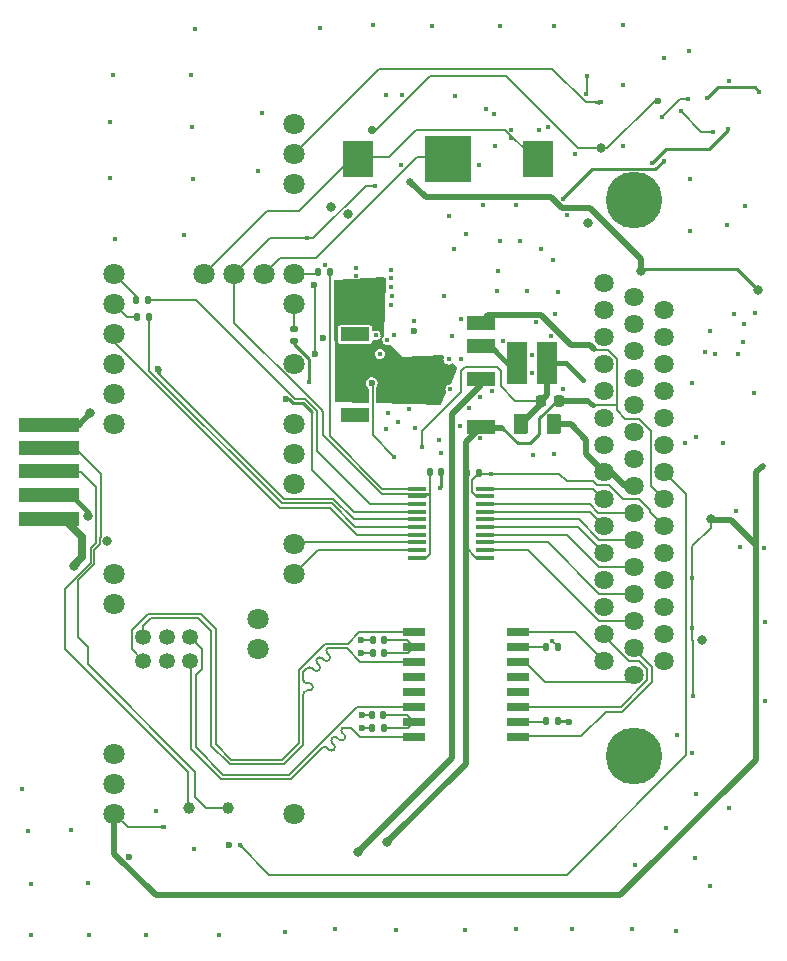
<source format=gtl>
G04 #@! TF.GenerationSoftware,KiCad,Pcbnew,8.0.4*
G04 #@! TF.CreationDate,2025-02-07T03:45:59-05:00*
G04 #@! TF.ProjectId,accessory_v3,61636365-7373-46f7-9279-5f76332e6b69,rev?*
G04 #@! TF.SameCoordinates,Original*
G04 #@! TF.FileFunction,Copper,L1,Top*
G04 #@! TF.FilePolarity,Positive*
%FSLAX46Y46*%
G04 Gerber Fmt 4.6, Leading zero omitted, Abs format (unit mm)*
G04 Created by KiCad (PCBNEW 8.0.4) date 2025-02-07 03:45:59*
%MOMM*%
%LPD*%
G01*
G04 APERTURE LIST*
G04 Aperture macros list*
%AMRoundRect*
0 Rectangle with rounded corners*
0 $1 Rounding radius*
0 $2 $3 $4 $5 $6 $7 $8 $9 X,Y pos of 4 corners*
0 Add a 4 corners polygon primitive as box body*
4,1,4,$2,$3,$4,$5,$6,$7,$8,$9,$2,$3,0*
0 Add four circle primitives for the rounded corners*
1,1,$1+$1,$2,$3*
1,1,$1+$1,$4,$5*
1,1,$1+$1,$6,$7*
1,1,$1+$1,$8,$9*
0 Add four rect primitives between the rounded corners*
20,1,$1+$1,$2,$3,$4,$5,0*
20,1,$1+$1,$4,$5,$6,$7,0*
20,1,$1+$1,$6,$7,$8,$9,0*
20,1,$1+$1,$8,$9,$2,$3,0*%
G04 Aperture macros list end*
G04 #@! TA.AperFunction,EtchedComponent*
%ADD10C,0.000000*%
G04 #@! TD*
G04 #@! TA.AperFunction,SMDPad,CuDef*
%ADD11R,5.200000X1.250000*%
G04 #@! TD*
G04 #@! TA.AperFunction,SMDPad,CuDef*
%ADD12RoundRect,0.140000X0.140000X0.170000X-0.140000X0.170000X-0.140000X-0.170000X0.140000X-0.170000X0*%
G04 #@! TD*
G04 #@! TA.AperFunction,ComponentPad*
%ADD13C,1.638000*%
G04 #@! TD*
G04 #@! TA.AperFunction,ComponentPad*
%ADD14C,4.801000*%
G04 #@! TD*
G04 #@! TA.AperFunction,SMDPad,CuDef*
%ADD15RoundRect,0.051250X-0.733750X-0.153750X0.733750X-0.153750X0.733750X0.153750X-0.733750X0.153750X0*%
G04 #@! TD*
G04 #@! TA.AperFunction,SMDPad,CuDef*
%ADD16RoundRect,0.135000X-0.135000X-0.185000X0.135000X-0.185000X0.135000X0.185000X-0.135000X0.185000X0*%
G04 #@! TD*
G04 #@! TA.AperFunction,SMDPad,CuDef*
%ADD17R,2.440000X1.200000*%
G04 #@! TD*
G04 #@! TA.AperFunction,SMDPad,CuDef*
%ADD18RoundRect,0.225000X-0.225000X-0.250000X0.225000X-0.250000X0.225000X0.250000X-0.225000X0.250000X0*%
G04 #@! TD*
G04 #@! TA.AperFunction,SMDPad,CuDef*
%ADD19C,0.500000*%
G04 #@! TD*
G04 #@! TA.AperFunction,SMDPad,CuDef*
%ADD20R,3.960000X3.960000*%
G04 #@! TD*
G04 #@! TA.AperFunction,SMDPad,CuDef*
%ADD21R,2.540000X3.170000*%
G04 #@! TD*
G04 #@! TA.AperFunction,SMDPad,CuDef*
%ADD22RoundRect,0.140000X-0.140000X-0.170000X0.140000X-0.170000X0.140000X0.170000X-0.140000X0.170000X0*%
G04 #@! TD*
G04 #@! TA.AperFunction,SMDPad,CuDef*
%ADD23R,1.910000X0.640000*%
G04 #@! TD*
G04 #@! TA.AperFunction,ComponentPad*
%ADD24C,1.800000*%
G04 #@! TD*
G04 #@! TA.AperFunction,ComponentPad*
%ADD25C,1.000000*%
G04 #@! TD*
G04 #@! TA.AperFunction,ComponentPad*
%ADD26C,1.350000*%
G04 #@! TD*
G04 #@! TA.AperFunction,SMDPad,CuDef*
%ADD27RoundRect,0.250000X-0.375000X-0.625000X0.375000X-0.625000X0.375000X0.625000X-0.375000X0.625000X0*%
G04 #@! TD*
G04 #@! TA.AperFunction,SMDPad,CuDef*
%ADD28R,1.701800X3.606800*%
G04 #@! TD*
G04 #@! TA.AperFunction,SMDPad,CuDef*
%ADD29RoundRect,0.135000X-0.185000X0.135000X-0.185000X-0.135000X0.185000X-0.135000X0.185000X0.135000X0*%
G04 #@! TD*
G04 #@! TA.AperFunction,ViaPad*
%ADD30C,0.450000*%
G04 #@! TD*
G04 #@! TA.AperFunction,ViaPad*
%ADD31C,0.800000*%
G04 #@! TD*
G04 #@! TA.AperFunction,ViaPad*
%ADD32C,0.700000*%
G04 #@! TD*
G04 #@! TA.AperFunction,ViaPad*
%ADD33C,0.600000*%
G04 #@! TD*
G04 #@! TA.AperFunction,ViaPad*
%ADD34C,0.650000*%
G04 #@! TD*
G04 #@! TA.AperFunction,Conductor*
%ADD35C,0.200000*%
G04 #@! TD*
G04 #@! TA.AperFunction,Conductor*
%ADD36C,0.500000*%
G04 #@! TD*
G04 #@! TA.AperFunction,Conductor*
%ADD37C,0.250000*%
G04 #@! TD*
G04 #@! TA.AperFunction,Conductor*
%ADD38C,0.400000*%
G04 #@! TD*
G04 #@! TA.AperFunction,Conductor*
%ADD39C,0.150000*%
G04 #@! TD*
G04 #@! TA.AperFunction,Conductor*
%ADD40C,0.700000*%
G04 #@! TD*
G04 APERTURE END LIST*
D10*
G04 #@! TA.AperFunction,EtchedComponent*
G36*
X41840000Y-36360000D02*
G01*
X40840000Y-36360000D01*
X40840000Y-35860000D01*
X41840000Y-35860000D01*
X41840000Y-36360000D01*
G37*
G04 #@! TD.AperFunction*
D11*
X3500000Y-35900000D03*
X3500000Y-37800000D03*
X3500000Y-39800000D03*
X3500000Y-41800000D03*
X3500000Y-43800000D03*
D12*
X31780000Y-60410000D03*
X30820000Y-60410000D03*
D13*
X50460000Y-55869000D03*
X50460000Y-53583000D03*
X50460000Y-51297000D03*
X50460000Y-49011000D03*
X50460000Y-46725000D03*
X50460000Y-44439000D03*
X50460000Y-42153000D03*
X50460000Y-39867000D03*
X50460000Y-37581000D03*
X50460000Y-35295000D03*
X50460000Y-33009000D03*
X50460000Y-30723000D03*
X50460000Y-28437000D03*
X50460000Y-26151000D03*
X50460000Y-23865000D03*
X53000000Y-57012000D03*
X53000000Y-54726000D03*
X53000000Y-52440000D03*
X53000000Y-50154000D03*
X53000000Y-47868000D03*
X53000000Y-45582000D03*
X53000000Y-43296000D03*
X53000000Y-41010000D03*
X53000000Y-38724000D03*
X53000000Y-36438000D03*
X53000000Y-34152000D03*
X53000000Y-31866000D03*
X53000000Y-29580000D03*
X53000000Y-27294000D03*
X53000000Y-25008000D03*
X55540000Y-55869000D03*
X55540000Y-53583000D03*
X55540000Y-51297000D03*
X55540000Y-49011000D03*
X55540000Y-46725000D03*
X55540000Y-44439000D03*
X55540000Y-42153000D03*
X55540000Y-39867000D03*
X55540000Y-37581000D03*
X55540000Y-35295000D03*
X55540000Y-33009000D03*
X55540000Y-30723000D03*
X55540000Y-28437000D03*
X55540000Y-26151000D03*
D14*
X53000000Y-63895000D03*
X53000000Y-16855000D03*
D15*
X34625000Y-41255000D03*
X34625000Y-41905000D03*
X34625000Y-42555000D03*
X34625000Y-43205000D03*
X34625000Y-43855000D03*
X34625000Y-44505000D03*
X34625000Y-45155000D03*
X34625000Y-45805000D03*
X34625000Y-46455000D03*
X34625000Y-47105000D03*
X40365000Y-47105000D03*
X40365000Y-46455000D03*
X40365000Y-45805000D03*
X40365000Y-45155000D03*
X40365000Y-44505000D03*
X40365000Y-43855000D03*
X40365000Y-43205000D03*
X40365000Y-42555000D03*
X40365000Y-41905000D03*
X40365000Y-41255000D03*
D12*
X31830000Y-55170000D03*
X30870000Y-55170000D03*
D16*
X10890000Y-26720000D03*
X11910000Y-26720000D03*
D17*
X40010000Y-27210000D03*
X40010000Y-29210000D03*
X40010000Y-32010000D03*
X40010000Y-36010000D03*
X29370000Y-28210000D03*
X29370000Y-35010000D03*
D18*
X45085000Y-33810000D03*
X46635000Y-33810000D03*
D16*
X45520000Y-54660000D03*
X46540000Y-54660000D03*
D19*
X40840000Y-36110000D03*
X41840000Y-36110000D03*
D20*
X37211000Y-13385800D03*
D21*
X44831000Y-13385800D03*
X29591000Y-13385800D03*
D12*
X39830000Y-39980000D03*
X38870000Y-39980000D03*
D22*
X35710000Y-39890000D03*
X36670000Y-39890000D03*
D16*
X26270000Y-22960000D03*
X27290000Y-22960000D03*
X45520000Y-60960000D03*
X46540000Y-60960000D03*
D23*
X34385000Y-53395000D03*
X34385000Y-54665000D03*
X34385000Y-55935000D03*
X34385000Y-57205000D03*
X34385000Y-58475000D03*
X34385000Y-59745000D03*
X34385000Y-61015000D03*
X34385000Y-62285000D03*
X43155000Y-62285000D03*
X43155000Y-61015000D03*
X43155000Y-59745000D03*
X43155000Y-58475000D03*
X43155000Y-57205000D03*
X43155000Y-55935000D03*
X43155000Y-54665000D03*
X43155000Y-53395000D03*
D16*
X10850000Y-25270000D03*
X11870000Y-25270000D03*
D12*
X31790000Y-61540000D03*
X30830000Y-61540000D03*
X31840000Y-54090000D03*
X30880000Y-54090000D03*
D24*
X8980000Y-63720000D03*
X19140000Y-23080000D03*
X24220000Y-48480000D03*
X24220000Y-45936000D03*
X24220000Y-40860000D03*
X24220000Y-38320000D03*
X24220000Y-35780000D03*
X8980000Y-35780000D03*
X8980000Y-48480000D03*
X8980000Y-51020000D03*
X24220000Y-30696000D03*
X24220000Y-25620000D03*
X24220000Y-23080000D03*
X24220000Y-15460000D03*
X24220000Y-12920000D03*
X24220000Y-10380000D03*
X8980000Y-23080000D03*
X8980000Y-25620000D03*
X8980000Y-28160000D03*
X8980000Y-30700000D03*
D25*
X18632000Y-68288000D03*
X15330000Y-68288000D03*
D24*
X24220000Y-68800000D03*
X8980000Y-33240000D03*
X8980000Y-66260000D03*
X16600000Y-23080000D03*
D26*
X13430000Y-53830000D03*
X13430000Y-55830000D03*
X11430000Y-55830000D03*
X11430000Y-53830000D03*
X15430000Y-53830000D03*
X15430000Y-55830000D03*
D24*
X21170000Y-54830000D03*
X21170000Y-52290000D03*
X21680000Y-23080000D03*
X8980000Y-68800000D03*
D27*
X43405600Y-35814000D03*
X46205600Y-35814000D03*
D28*
X43098400Y-30632400D03*
X45598400Y-30632400D03*
D29*
X24240000Y-27740000D03*
X24240000Y-28760000D03*
D30*
X57950000Y-58810000D03*
X31090000Y-15610000D03*
X25270000Y-20070000D03*
X56600000Y-62090000D03*
X57930000Y-63660000D03*
X57760000Y-15070000D03*
X57920000Y-32310000D03*
X26870000Y-22300000D03*
X58240000Y-36880000D03*
X31470000Y-29840000D03*
X57895000Y-48844200D03*
X29440000Y-22620000D03*
X29430000Y-23250000D03*
X29380000Y-24220000D03*
X29340000Y-25050000D03*
X29440000Y-25930000D03*
X32440000Y-25760000D03*
X32490000Y-24990000D03*
X32440000Y-24220000D03*
X32430000Y-23440000D03*
X32380000Y-22720000D03*
X32650000Y-28240000D03*
X34350000Y-27080000D03*
X35020000Y-37720000D03*
X34470000Y-36130000D03*
X32970000Y-35640000D03*
X32010000Y-36230000D03*
X32180000Y-34890000D03*
X28330000Y-33510000D03*
X31110000Y-28290500D03*
X32110000Y-28702000D03*
X57700000Y-19450000D03*
X62370000Y-17360000D03*
D31*
X29630000Y-71990000D03*
D30*
X13190000Y-69910000D03*
D32*
X30840000Y-10940000D03*
D30*
X56940000Y-9290000D03*
X40868600Y-40020000D03*
D33*
X30784800Y-32334200D03*
D31*
X50215800Y-12446000D03*
D30*
X59697600Y-11051752D03*
D31*
X59480000Y-43860000D03*
D30*
X32683600Y-38576400D03*
X57880548Y-53077900D03*
D33*
X55050000Y-8405000D03*
D30*
X63920000Y-39320000D03*
X57302400Y-37363400D03*
X48691800Y-32105600D03*
X55570000Y-4800000D03*
X48958768Y-7841232D03*
X48006000Y-12954000D03*
D31*
X58790000Y-54050000D03*
D30*
X49022000Y-6350000D03*
X60985400Y-10855000D03*
X54508400Y-13679500D03*
X62320000Y-27320000D03*
X37719000Y-20980400D03*
X59131200Y-8229600D03*
X39979600Y-33502600D03*
X41656000Y-20294600D03*
X46970000Y-16705000D03*
X63601600Y-7670800D03*
X55493098Y-13487400D03*
X41859200Y-28752800D03*
X62220000Y-28860000D03*
X37617258Y-28321142D03*
X37443351Y-32859999D03*
X39979600Y-37007800D03*
X37287200Y-30327600D03*
X37292600Y-18209000D03*
X33943000Y-34493200D03*
X55397400Y-9804400D03*
X57577316Y-8314540D03*
D33*
X12700000Y-31115000D03*
X25960000Y-29843800D03*
X25940000Y-24000000D03*
D34*
X34040000Y-15310000D03*
D31*
X63520000Y-24410000D03*
X53620000Y-22830000D03*
D30*
X19610000Y-71420000D03*
D31*
X6781800Y-43611800D03*
D30*
X25476200Y-32258000D03*
D33*
X23537891Y-33637509D03*
D30*
X50175194Y-8551318D03*
X53111400Y-73101200D03*
X47777400Y-78511400D03*
D31*
X8409999Y-45700001D03*
D33*
X29890000Y-55170000D03*
D30*
X42590000Y-11620000D03*
X52019200Y-7061200D03*
X36652200Y-38277800D03*
D31*
X49098200Y-18770600D03*
D30*
X59400000Y-74950000D03*
X12550000Y-68520000D03*
X43357800Y-20320000D03*
X60880000Y-18910000D03*
X9070000Y-20170000D03*
X33300000Y-13840000D03*
X60500000Y-37430000D03*
X27711400Y-78562200D03*
X58150000Y-72520000D03*
X1651000Y-70231000D03*
X57637800Y-4200800D03*
X61070000Y-6760000D03*
X38658800Y-78613000D03*
X8610600Y-10261600D03*
X40980000Y-32985002D03*
X63220000Y-26416000D03*
X59860000Y-29850000D03*
X6756400Y-74650600D03*
X62001400Y-46202600D03*
X42550000Y-10870000D03*
X59030000Y-29670000D03*
X35365400Y-33020000D03*
X46150000Y-21940000D03*
X36931600Y-24942800D03*
X64109600Y-59283600D03*
X5359400Y-70129400D03*
X17856200Y-79095600D03*
X64033400Y-46278800D03*
D33*
X27890000Y-31640000D03*
D30*
X41605200Y-2108200D03*
X14859000Y-19761200D03*
X41158404Y-9533598D03*
X47330000Y-18130000D03*
X44324302Y-29946600D03*
X61630000Y-43140000D03*
X15671800Y-15011400D03*
D33*
X29890000Y-54090000D03*
D30*
X45923200Y-28321000D03*
D33*
X29950000Y-60410000D03*
D30*
X32816800Y-78638400D03*
X61835000Y-29840000D03*
X31970000Y-7930000D03*
X42976800Y-78587600D03*
X45160000Y-20980000D03*
X40202800Y-17241200D03*
X46177200Y-38303200D03*
D33*
X29930000Y-61560000D03*
D30*
X15519400Y-6273800D03*
X41480000Y-22840000D03*
X52070000Y-12293600D03*
X15710000Y-71807500D03*
D33*
X34360000Y-27930000D03*
D30*
X43916600Y-24511000D03*
X38330000Y-30319802D03*
D31*
X32090000Y-71200000D03*
D30*
X1193800Y-66675000D03*
X38765800Y-19682200D03*
X41220000Y-12230000D03*
X56515000Y-78689200D03*
X40470000Y-9085000D03*
X23418800Y-78841600D03*
X15544800Y-10617200D03*
X44404054Y-38388129D03*
D33*
X26670000Y-28510000D03*
D30*
X63150000Y-33200000D03*
X61480000Y-26500000D03*
X30911800Y-2032000D03*
X44348400Y-31445200D03*
X21513800Y-9474200D03*
D33*
X18740000Y-71480000D03*
D31*
X6959600Y-34899600D03*
D30*
X37800000Y-8035000D03*
D31*
X27370000Y-17420000D03*
D30*
X41427400Y-24511000D03*
X15824200Y-2336800D03*
D33*
X10200000Y-72430000D03*
D30*
X42976800Y-17272000D03*
X33390000Y-7940000D03*
X38981942Y-34409400D03*
X45720000Y-10668000D03*
X36474400Y-37109400D03*
X26416000Y-2260600D03*
X52044600Y-2006600D03*
X21158200Y-14351000D03*
X38252400Y-35991800D03*
X46228000Y-2108200D03*
X64109600Y-52578000D03*
X8915400Y-6273800D03*
X39900000Y-13870000D03*
D31*
X28810000Y-18020000D03*
D30*
X6858000Y-79019400D03*
X46278800Y-26466800D03*
X36525200Y-41198800D03*
X52806600Y-78536800D03*
X55702200Y-70002400D03*
X59390000Y-27940000D03*
X11709400Y-79019400D03*
X8610600Y-14986000D03*
D33*
X47480000Y-61000000D03*
D30*
X46050200Y-54127400D03*
X35890200Y-2057400D03*
X44729400Y-27196026D03*
X46532800Y-24587200D03*
X1955800Y-79095600D03*
X58267600Y-67106800D03*
D33*
X30378400Y-31130000D03*
D30*
X46960000Y-32800000D03*
X44958000Y-10922000D03*
X1930400Y-74777600D03*
X61036200Y-68275200D03*
X38303200Y-26873200D03*
D31*
X5562600Y-47777400D03*
D35*
X57950000Y-54129239D02*
X57950000Y-58810000D01*
X57880548Y-54059787D02*
X57950000Y-54129239D01*
X57880548Y-53077900D02*
X57880548Y-54059787D01*
X31090000Y-15610000D02*
X30300761Y-15610000D01*
X25840761Y-20070000D02*
X25270000Y-20070000D01*
X30300761Y-15610000D02*
X25840761Y-20070000D01*
X22150000Y-20070000D02*
X19140000Y-23080000D01*
X25270000Y-20070000D02*
X22150000Y-20070000D01*
X19140000Y-27242346D02*
X19140000Y-23080000D01*
X25186054Y-33288400D02*
X19140000Y-27242346D01*
X26480000Y-34540000D02*
X26480000Y-34524696D01*
X26480000Y-34524696D02*
X25243704Y-33288400D01*
X31655025Y-41710000D02*
X26700000Y-36754975D01*
X26700000Y-34760000D02*
X26480000Y-34540000D01*
X35604999Y-41710000D02*
X31655025Y-41710000D01*
X26700000Y-36754975D02*
X26700000Y-34760000D01*
X35409999Y-41905000D02*
X35604999Y-41710000D01*
X25243704Y-33288400D02*
X25186054Y-33288400D01*
X34625000Y-41905000D02*
X35409999Y-41905000D01*
X35710000Y-46804999D02*
X35710000Y-41604999D01*
X35409999Y-47105000D02*
X35710000Y-46804999D01*
X34625000Y-47105000D02*
X35409999Y-47105000D01*
X35710000Y-41604999D02*
X35710000Y-39890000D01*
X35409999Y-41905000D02*
X35710000Y-41604999D01*
X34625000Y-45805000D02*
X24351000Y-45805000D01*
X24351000Y-45805000D02*
X24220000Y-45936000D01*
D36*
X51840000Y-75710000D02*
X63350000Y-64200000D01*
X12490050Y-75710000D02*
X51840000Y-75710000D01*
X8980000Y-72199950D02*
X12490050Y-75710000D01*
X8980000Y-68800000D02*
X8980000Y-72199950D01*
X63350000Y-64200000D02*
X63350000Y-46020000D01*
D37*
X61751252Y-22641252D02*
X63520000Y-24410000D01*
X53808748Y-22641252D02*
X61751252Y-22641252D01*
D36*
X35346200Y-16616200D02*
X34040000Y-15310000D01*
X45976200Y-16616200D02*
X35346200Y-16616200D01*
D37*
X53620000Y-22830000D02*
X53808748Y-22641252D01*
D36*
X46865000Y-17505000D02*
X45976200Y-16616200D01*
X49275900Y-17505000D02*
X46865000Y-17505000D01*
X53620000Y-21849100D02*
X49275900Y-17505000D01*
X53620000Y-22830000D02*
X53620000Y-21849100D01*
D37*
X46970000Y-16682400D02*
X49472900Y-14179500D01*
X54800998Y-14179500D02*
X55493098Y-13487400D01*
X46970000Y-16705000D02*
X46970000Y-16682400D01*
X49472900Y-14179500D02*
X54800998Y-14179500D01*
D35*
X26070000Y-21740000D02*
X23020000Y-21740000D01*
X33775000Y-14036752D02*
X33496752Y-14315000D01*
X33775000Y-14035000D02*
X33775000Y-14036752D01*
X33496752Y-14315000D02*
X33495000Y-14315000D01*
X33495000Y-14315000D02*
X26070000Y-21740000D01*
X23020000Y-21740000D02*
X21680000Y-23080000D01*
X34620000Y-13190000D02*
X33775000Y-14035000D01*
X36810000Y-13190000D02*
X34620000Y-13190000D01*
X41700000Y-31320000D02*
X41700000Y-32560000D01*
X42950000Y-33810000D02*
X45085000Y-33810000D01*
X41360000Y-30980000D02*
X41700000Y-31320000D01*
X38680000Y-30980000D02*
X41360000Y-30980000D01*
X35020000Y-36380000D02*
X38330000Y-33070000D01*
X38330000Y-33070000D02*
X38330000Y-31330000D01*
X35020000Y-37720000D02*
X35020000Y-36380000D01*
X41700000Y-32560000D02*
X42950000Y-33810000D01*
X38330000Y-31330000D02*
X38680000Y-30980000D01*
D36*
X40010000Y-32480000D02*
X40010000Y-32010000D01*
X37580000Y-34910000D02*
X40010000Y-32480000D01*
X37580000Y-64040000D02*
X37580000Y-34910000D01*
X29630000Y-71990000D02*
X37580000Y-64040000D01*
D35*
X30861000Y-32410400D02*
X30784800Y-32334200D01*
X30861000Y-36753800D02*
X30861000Y-32410400D01*
X32683600Y-38576400D02*
X30861000Y-36753800D01*
D37*
X40110000Y-36110000D02*
X40010000Y-36010000D01*
X40840000Y-36110000D02*
X40110000Y-36110000D01*
D35*
X33860000Y-61540000D02*
X34385000Y-61015000D01*
X31780000Y-60410000D02*
X33780000Y-60410000D01*
X33780000Y-60410000D02*
X34385000Y-61015000D01*
X31790000Y-61540000D02*
X33860000Y-61540000D01*
X31830000Y-55170000D02*
X33880000Y-55170000D01*
X31840000Y-54090000D02*
X33810000Y-54090000D01*
X33810000Y-54090000D02*
X34385000Y-54665000D01*
X33880000Y-55170000D02*
X34385000Y-54665000D01*
X57880548Y-48858652D02*
X57880548Y-53077900D01*
X52049000Y-42129000D02*
X53415505Y-42129000D01*
X57895000Y-51540000D02*
X57895000Y-46155000D01*
X46670000Y-40020000D02*
X47290000Y-40640000D01*
X57895000Y-48844200D02*
X57880548Y-48858652D01*
X39629336Y-41905000D02*
X40365000Y-41905000D01*
X31132463Y-10940000D02*
X30840000Y-10940000D01*
X54350000Y-43063495D02*
X54350000Y-43249000D01*
X13190000Y-69910000D02*
X13170000Y-69930000D01*
X59480000Y-44570000D02*
X59480000Y-43860000D01*
X48240463Y-12446000D02*
X42114463Y-6320000D01*
X42114463Y-6320000D02*
X35752463Y-6320000D01*
D36*
X61210000Y-43880000D02*
X59500000Y-43880000D01*
D35*
X55540000Y-44439000D02*
X54350000Y-43249000D01*
X54740000Y-8405000D02*
X55050000Y-8405000D01*
D36*
X63350000Y-46020000D02*
X63350000Y-39890000D01*
D35*
X39870000Y-40020000D02*
X40868600Y-40020000D01*
X39830000Y-39980000D02*
X39280000Y-40530000D01*
D36*
X63350000Y-39890000D02*
X63920000Y-39320000D01*
D35*
X56940000Y-9290000D02*
X58701752Y-11051752D01*
X50215800Y-12446000D02*
X48240463Y-12446000D01*
X13170000Y-69930000D02*
X10110000Y-69930000D01*
X35752463Y-6320000D02*
X31132463Y-10940000D01*
X10110000Y-69930000D02*
X8980000Y-68800000D01*
X47290000Y-40640000D02*
X49533000Y-40640000D01*
X50699000Y-12446000D02*
X54740000Y-8405000D01*
X49879000Y-40986000D02*
X50906000Y-40986000D01*
X40868600Y-40020000D02*
X46670000Y-40020000D01*
X39280000Y-41555664D02*
X39629336Y-41905000D01*
X58701752Y-11051752D02*
X59697600Y-11051752D01*
X50906000Y-40986000D02*
X52049000Y-42129000D01*
D36*
X63350000Y-46020000D02*
X61210000Y-43880000D01*
D35*
X57895000Y-46155000D02*
X59480000Y-44570000D01*
X50215800Y-12446000D02*
X50699000Y-12446000D01*
X39280000Y-40530000D02*
X39280000Y-41555664D01*
D36*
X59500000Y-43880000D02*
X59480000Y-43860000D01*
D35*
X39830000Y-39980000D02*
X39870000Y-40020000D01*
X49533000Y-40640000D02*
X49879000Y-40986000D01*
X53415505Y-42129000D02*
X54350000Y-43063495D01*
D36*
X45598400Y-33296600D02*
X45598400Y-30632400D01*
X45085000Y-33810000D02*
X45598400Y-33296600D01*
D38*
X47218600Y-30632400D02*
X45598400Y-30632400D01*
X48691800Y-32105600D02*
X47218600Y-30632400D01*
D36*
X45085000Y-33810000D02*
X45085000Y-34134600D01*
X45085000Y-34134600D02*
X43405600Y-35814000D01*
D35*
X49022000Y-7778000D02*
X48958768Y-7841232D01*
X49022000Y-6350000D02*
X49022000Y-7778000D01*
D37*
X59334400Y-12522200D02*
X60985400Y-10871200D01*
X54508400Y-13679500D02*
X55665700Y-12522200D01*
X60985400Y-10871200D02*
X60985400Y-10855000D01*
X55665700Y-12522200D02*
X59334400Y-12522200D01*
X60096400Y-7264400D02*
X59131200Y-8229600D01*
X63601600Y-7670800D02*
X63195200Y-7264400D01*
X63195200Y-7264400D02*
X60096400Y-7264400D01*
D35*
X57577316Y-8314540D02*
X56887260Y-8314540D01*
X56887260Y-8314540D02*
X55397400Y-9804400D01*
X10850000Y-24950001D02*
X10850000Y-25270000D01*
X8980000Y-23080000D02*
X10850000Y-24950001D01*
X12700000Y-31490000D02*
X23338287Y-42128287D01*
X23338287Y-42128287D02*
X27523287Y-42128287D01*
X29250000Y-43855000D02*
X34625000Y-43855000D01*
X27523287Y-42128287D02*
X29250000Y-43855000D01*
X12700000Y-31115000D02*
X12700000Y-31490000D01*
X8980000Y-28829974D02*
X8980000Y-28160000D01*
X29560052Y-45155000D02*
X27278662Y-42873610D01*
X34625000Y-45155000D02*
X29560052Y-45155000D01*
X23023636Y-42873610D02*
X8980000Y-28829974D01*
X27278662Y-42873610D02*
X23023636Y-42873610D01*
X25960000Y-24020000D02*
X25940000Y-24000000D01*
X25960000Y-29843800D02*
X25960000Y-24020000D01*
D39*
X6756400Y-54686200D02*
X6756400Y-56116400D01*
X7285000Y-46458884D02*
X7285000Y-47649264D01*
X7285000Y-47649264D02*
X5892800Y-49041464D01*
X15860000Y-65220000D02*
X15860000Y-67360000D01*
X15860000Y-67360000D02*
X16788000Y-68288000D01*
X7848600Y-39988600D02*
X5689400Y-37829400D01*
X7848600Y-45377516D02*
X7785000Y-45441116D01*
X5892800Y-53822600D02*
X6756400Y-54686200D01*
X16788000Y-68288000D02*
X18632000Y-68288000D01*
X5689400Y-37829400D02*
X3479800Y-37829400D01*
X6756400Y-56116400D02*
X15860000Y-65220000D01*
X7785000Y-45958884D02*
X7285000Y-46458884D01*
X5892800Y-49041464D02*
X5892800Y-53822600D01*
X7848600Y-39988600D02*
X7848600Y-45377516D01*
X7785000Y-45441116D02*
X7785000Y-45958884D01*
X15200000Y-67780000D02*
X15200000Y-65290000D01*
X7442200Y-45877420D02*
X7442200Y-41122600D01*
X4775200Y-54865200D02*
X4775200Y-49734800D01*
X7442200Y-41122600D02*
X6149000Y-39829400D01*
X6985000Y-47525000D02*
X6985000Y-46334620D01*
X4775200Y-49734800D02*
X6985000Y-47525000D01*
X15200000Y-65290000D02*
X4775200Y-54865200D01*
X6985000Y-46334620D02*
X7442200Y-45877420D01*
X15330000Y-68288000D02*
X15330000Y-67910000D01*
X15330000Y-67910000D02*
X15200000Y-67780000D01*
X6149000Y-39829400D02*
X3479800Y-39829400D01*
D35*
X45465000Y-57610000D02*
X52402000Y-57610000D01*
X43790000Y-55935000D02*
X45465000Y-57610000D01*
X43155000Y-55935000D02*
X43790000Y-55935000D01*
X52402000Y-57610000D02*
X53000000Y-57012000D01*
X47986000Y-53395000D02*
X50460000Y-55869000D01*
X43155000Y-53395000D02*
X47986000Y-53395000D01*
X53590686Y-55445000D02*
X54519000Y-56373315D01*
X54519000Y-57641191D02*
X52015190Y-60145000D01*
X54519000Y-56373315D02*
X54519000Y-57641191D01*
X53590686Y-55316686D02*
X53000000Y-54726000D01*
X50585000Y-60145000D02*
X48480000Y-62250000D01*
X53590686Y-55445000D02*
X53590686Y-55316686D01*
X52015190Y-60145000D02*
X50585000Y-60145000D01*
X48480000Y-62250000D02*
X43190000Y-62250000D01*
X43190000Y-62250000D02*
X43155000Y-62285000D01*
X54119000Y-56539000D02*
X53425000Y-55845000D01*
X54119000Y-57475505D02*
X54119000Y-56539000D01*
X53425000Y-55845000D02*
X52536495Y-55845000D01*
X52536495Y-55845000D02*
X50460000Y-53768505D01*
X50460000Y-53768505D02*
X50460000Y-53583000D01*
X51849505Y-59745000D02*
X54119000Y-57475505D01*
X43155000Y-59745000D02*
X51849505Y-59745000D01*
X45465000Y-61015000D02*
X45520000Y-60960000D01*
X43155000Y-61015000D02*
X45465000Y-61015000D01*
X43155000Y-54665000D02*
X45515000Y-54665000D01*
X45515000Y-54665000D02*
X45520000Y-54660000D01*
X26860000Y-54380000D02*
X28751471Y-54380000D01*
X23230000Y-64210000D02*
X24600000Y-62840000D01*
X24600000Y-62840000D02*
X24600000Y-56640000D01*
X28751471Y-54380000D02*
X29736471Y-53395000D01*
X11870000Y-51840000D02*
X16290000Y-51840000D01*
X18910000Y-64210000D02*
X23230000Y-64210000D01*
X17600000Y-62900000D02*
X18910000Y-64210000D01*
X29736471Y-53395000D02*
X34385000Y-53395000D01*
X24600000Y-56640000D02*
X26860000Y-54380000D01*
X10455000Y-54855000D02*
X10455000Y-53255000D01*
X11430000Y-55830000D02*
X10455000Y-54855000D01*
X16290000Y-51840000D02*
X17600000Y-53150000D01*
X17600000Y-53150000D02*
X17600000Y-62900000D01*
X10455000Y-53255000D02*
X11870000Y-51840000D01*
X25000000Y-63005685D02*
X23385686Y-64620000D01*
X26177155Y-56052796D02*
X26322680Y-56198321D01*
X34385000Y-55935000D02*
X29806471Y-55935000D01*
X27025685Y-55204266D02*
X27171197Y-55349778D01*
X26177156Y-56052796D02*
X26177155Y-56052796D01*
X27171198Y-55774042D02*
X27171197Y-55774044D01*
X25328627Y-56477060D02*
X25000000Y-56805686D01*
X11430000Y-52920000D02*
X11430000Y-53830000D01*
X27025686Y-55204266D02*
X27025685Y-55204266D01*
X25000000Y-58655686D02*
X25000000Y-63005685D01*
X25000000Y-56805686D02*
X25000000Y-57455686D01*
X26177158Y-55628532D02*
X26177156Y-55628530D01*
X18754314Y-64620000D02*
X17200000Y-63065685D01*
X12110000Y-52240000D02*
X11430000Y-52920000D01*
X17200000Y-53350000D02*
X16090000Y-52240000D01*
X26177157Y-55628532D02*
X26177158Y-55628532D01*
X25898417Y-56622585D02*
X25752893Y-56477061D01*
X28651471Y-54780000D02*
X27025686Y-54780000D01*
X26746933Y-55774044D02*
X26601422Y-55628533D01*
X27171198Y-55774043D02*
X27171198Y-55774042D01*
X26322680Y-56622585D02*
X26322681Y-56622585D01*
X25328629Y-56477061D02*
X25328627Y-56477060D01*
X17200000Y-63065685D02*
X17200000Y-53350000D01*
X25505810Y-58355686D02*
X25300000Y-58355686D01*
X23385686Y-64620000D02*
X18754314Y-64620000D01*
X29806471Y-55935000D02*
X28651471Y-54780000D01*
X25300000Y-57755686D02*
X25505810Y-57755686D01*
X16090000Y-52240000D02*
X12110000Y-52240000D01*
X27171197Y-55349778D02*
G75*
G02*
X27171187Y-55774032I-212097J-212122D01*
G01*
X27171197Y-55774044D02*
G75*
G02*
X26746933Y-55774044I-212132J212132D01*
G01*
X26177156Y-55628530D02*
G75*
G03*
X26177119Y-56052833I212144J-212170D01*
G01*
X25505810Y-57755686D02*
G75*
G02*
X25805814Y-58055686I-10J-300014D01*
G01*
X25805810Y-58055686D02*
G75*
G02*
X25505810Y-58355710I-300010J-14D01*
G01*
X27025686Y-54780000D02*
G75*
G03*
X27025719Y-55204233I212114J-212100D01*
G01*
X25300000Y-58355686D02*
G75*
G03*
X24999986Y-58655686I0J-300014D01*
G01*
X25000000Y-57455686D02*
G75*
G03*
X25300000Y-57755700I300000J-14D01*
G01*
X26601422Y-55628533D02*
G75*
G03*
X26177168Y-55628543I-212122J-212167D01*
G01*
X25752893Y-56477061D02*
G75*
G03*
X25328629Y-56477061I-212132J-212132D01*
G01*
X26322681Y-56622585D02*
G75*
G02*
X25898417Y-56622585I-212132J212132D01*
G01*
X26322680Y-56198321D02*
G75*
G02*
X26322727Y-56622632I-212180J-212179D01*
G01*
X15880000Y-63170000D02*
X18200000Y-65490000D01*
X15880000Y-57070000D02*
X15880000Y-63170000D01*
X16405000Y-54805000D02*
X16405000Y-56545000D01*
X16405000Y-56545000D02*
X15880000Y-57070000D01*
X23754314Y-65490000D02*
X29499314Y-59745000D01*
X18200000Y-65490000D02*
X23754314Y-65490000D01*
X29499314Y-59745000D02*
X34385000Y-59745000D01*
X15430000Y-53830000D02*
X16405000Y-54805000D01*
X27174134Y-63353988D02*
X27027207Y-63207061D01*
X26602941Y-63207060D02*
X23920000Y-65890000D01*
X18034315Y-65890000D02*
X15480000Y-63335686D01*
X28022664Y-62505458D02*
X27875737Y-62358531D01*
X28299999Y-61934266D02*
X28446927Y-62081194D01*
X27598397Y-63353988D02*
X27598398Y-63353988D01*
X34385000Y-62285000D02*
X29806471Y-62285000D01*
X27451469Y-62782796D02*
X27598397Y-62929724D01*
X26602943Y-63207061D02*
X26602941Y-63207060D01*
X27451470Y-62782796D02*
X27451469Y-62782796D01*
X15480000Y-63335686D02*
X15480000Y-55880000D01*
X23920000Y-65890000D02*
X18034315Y-65890000D01*
X15480000Y-55880000D02*
X15430000Y-55830000D01*
X27451471Y-62358530D02*
X27451470Y-62358530D01*
X29806471Y-62285000D02*
X29031471Y-61510000D01*
X28300000Y-61934266D02*
X28299999Y-61934266D01*
X28446927Y-62505458D02*
X28446928Y-62505458D01*
X29031471Y-61510000D02*
X28300000Y-61510000D01*
X27451473Y-62358531D02*
X27451471Y-62358530D01*
X28300000Y-61510000D02*
G75*
G03*
X28300033Y-61934233I212100J-212100D01*
G01*
X27598397Y-62929724D02*
G75*
G02*
X27598441Y-63354032I-212097J-212176D01*
G01*
X27451470Y-62358530D02*
G75*
G03*
X27451433Y-62782833I212130J-212170D01*
G01*
X28446928Y-62505458D02*
G75*
G02*
X28022664Y-62505458I-212132J212132D01*
G01*
X27027207Y-63207061D02*
G75*
G03*
X26602943Y-63207061I-212132J-212132D01*
G01*
X27875737Y-62358531D02*
G75*
G03*
X27451473Y-62358531I-212132J-212132D01*
G01*
X27598398Y-63353988D02*
G75*
G02*
X27174134Y-63353988I-212132J212132D01*
G01*
X28446927Y-62081194D02*
G75*
G02*
X28446901Y-62505432I-212127J-212106D01*
G01*
X26150000Y-23080000D02*
X26270000Y-22960000D01*
X24220000Y-23080000D02*
X26150000Y-23080000D01*
X24220000Y-25620000D02*
X24220000Y-27720000D01*
X24220000Y-27720000D02*
X24240000Y-27740000D01*
X10080000Y-26720000D02*
X10890000Y-26720000D01*
X8980000Y-25620000D02*
X10080000Y-26720000D01*
X34625000Y-46455000D02*
X26245000Y-46455000D01*
X26245000Y-46455000D02*
X24220000Y-48480000D01*
X40365000Y-44505000D02*
X48240000Y-44505000D01*
X48240000Y-44505000D02*
X50460000Y-46725000D01*
X49226000Y-43205000D02*
X50460000Y-44439000D01*
X40365000Y-43205000D02*
X49226000Y-43205000D01*
X40365000Y-41255000D02*
X49562000Y-41255000D01*
X49562000Y-41255000D02*
X50460000Y-42153000D01*
X40365000Y-46455000D02*
X44035495Y-46455000D01*
X44035495Y-46455000D02*
X50020495Y-52440000D01*
X50020495Y-52440000D02*
X53000000Y-52440000D01*
X40365000Y-45805000D02*
X45671495Y-45805000D01*
X50020495Y-50154000D02*
X53000000Y-50154000D01*
X45671495Y-45805000D02*
X50020495Y-50154000D01*
X40365000Y-45155000D02*
X47307495Y-45155000D01*
X50020495Y-47868000D02*
X53000000Y-47868000D01*
X47307495Y-45155000D02*
X50020495Y-47868000D01*
X40365000Y-43855000D02*
X48293495Y-43855000D01*
X48293495Y-43855000D02*
X50020495Y-45582000D01*
X50020495Y-45582000D02*
X53000000Y-45582000D01*
X49972495Y-43296000D02*
X53000000Y-43296000D01*
X49231495Y-42555000D02*
X49972495Y-43296000D01*
X40365000Y-42555000D02*
X49231495Y-42555000D01*
X55540000Y-39867000D02*
X57370000Y-41697000D01*
X22130000Y-73940000D02*
X19610000Y-71420000D01*
X47290000Y-73940000D02*
X22130000Y-73940000D01*
X57370000Y-41697000D02*
X57370000Y-63860000D01*
X57370000Y-63860000D02*
X47290000Y-73940000D01*
D38*
X5329600Y-41829400D02*
X3479800Y-41829400D01*
X6781800Y-43611800D02*
X6781800Y-43281600D01*
X6781800Y-43281600D02*
X5329600Y-41829400D01*
D35*
X27290000Y-36850000D02*
X31695000Y-41255000D01*
X27290000Y-22960000D02*
X27290000Y-36850000D01*
X31695000Y-41255000D02*
X34625000Y-41255000D01*
X30642400Y-42555000D02*
X26130000Y-38042600D01*
X26130000Y-38042600D02*
X26130000Y-34669670D01*
X24316600Y-33638400D02*
X15948200Y-25270000D01*
X26130000Y-34669670D02*
X25098730Y-33638400D01*
X25098730Y-33638400D02*
X24316600Y-33638400D01*
X34625000Y-42555000D02*
X30642400Y-42555000D01*
X15948200Y-25270000D02*
X11870000Y-25270000D01*
X29275000Y-43205000D02*
X34625000Y-43205000D01*
X25730000Y-34800000D02*
X25730000Y-39660000D01*
D37*
X24161270Y-34013400D02*
X24943400Y-34013400D01*
X24240000Y-29054299D02*
X24240000Y-28760000D01*
X23537891Y-33637509D02*
X23785379Y-33637509D01*
D35*
X25730000Y-39660000D02*
X29275000Y-43205000D01*
D37*
X25476200Y-32258000D02*
X25476200Y-30290499D01*
X24943400Y-34013400D02*
X25730000Y-34800000D01*
X23785379Y-33637509D02*
X24161270Y-34013400D01*
X25476200Y-30290499D02*
X24240000Y-29054299D01*
D35*
X11910000Y-26720000D02*
X11910000Y-31265000D01*
X29405026Y-44505000D02*
X34625000Y-44505000D01*
X23168610Y-42523610D02*
X27423636Y-42523610D01*
X27423636Y-42523610D02*
X29405026Y-44505000D01*
X11910000Y-31265000D02*
X23168610Y-42523610D01*
X48935073Y-8560000D02*
X50180000Y-8560000D01*
X31430000Y-5710000D02*
X46085073Y-5710000D01*
X46085073Y-5710000D02*
X48935073Y-8560000D01*
X24220000Y-12920000D02*
X31430000Y-5710000D01*
D36*
X52190000Y-41010000D02*
X51047000Y-39867000D01*
X47628000Y-35814000D02*
X46205600Y-35814000D01*
X48920400Y-38327400D02*
X48920400Y-37106400D01*
X48920400Y-37106400D02*
X47628000Y-35814000D01*
X50460000Y-39867000D02*
X48920400Y-38327400D01*
X53000000Y-41010000D02*
X52190000Y-41010000D01*
X51047000Y-39867000D02*
X50460000Y-39867000D01*
D35*
X51529000Y-34188400D02*
X49479200Y-34188400D01*
D36*
X45111026Y-26571026D02*
X47623123Y-29083123D01*
D35*
X54471000Y-41084000D02*
X54471000Y-36397205D01*
X50754795Y-29506000D02*
X49648200Y-29506000D01*
D37*
X44970000Y-36630000D02*
X44970000Y-35300210D01*
D36*
X44971026Y-26571026D02*
X44980000Y-26580000D01*
X40010000Y-27210000D02*
X40648974Y-26571026D01*
D35*
X49648200Y-29506000D02*
X49580800Y-29438600D01*
D36*
X46520400Y-33832800D02*
X49123600Y-33832800D01*
D35*
X51529000Y-30280205D02*
X50754795Y-29506000D01*
X55540000Y-42153000D02*
X54471000Y-41084000D01*
D36*
X44971026Y-26571026D02*
X45111026Y-26571026D01*
D35*
X52247800Y-35331400D02*
X51529000Y-34612600D01*
D37*
X44970000Y-35300210D02*
X46437410Y-33832800D01*
D35*
X51529000Y-34612600D02*
X51529000Y-34188400D01*
X53405195Y-35331400D02*
X52247800Y-35331400D01*
D36*
X47623123Y-29083123D02*
X49225323Y-29083123D01*
X49225323Y-29083123D02*
X49580800Y-29438600D01*
D37*
X44200000Y-37400000D02*
X44970000Y-36630000D01*
D35*
X51529000Y-34188400D02*
X51529000Y-30280205D01*
D38*
X49479200Y-34188400D02*
X49276000Y-33985200D01*
D35*
X54471000Y-36397205D02*
X53405195Y-35331400D01*
D37*
X43130000Y-37400000D02*
X41840000Y-36110000D01*
X44200000Y-37400000D02*
X43130000Y-37400000D01*
X46437410Y-33832800D02*
X46520400Y-33832800D01*
D36*
X40648974Y-26571026D02*
X44971026Y-26571026D01*
X32090000Y-71200000D02*
X38730000Y-64560000D01*
D35*
X29950000Y-61540000D02*
X30830000Y-61540000D01*
X29190000Y-13190000D02*
X32250000Y-13190000D01*
X42110000Y-10870000D02*
X44430000Y-13190000D01*
X29930000Y-61560000D02*
X29950000Y-61540000D01*
D37*
X36670000Y-41054000D02*
X36525200Y-41198800D01*
D35*
X32250000Y-13190000D02*
X34570000Y-10870000D01*
X21900000Y-17780000D02*
X16600000Y-23080000D01*
X29890000Y-54090000D02*
X30880000Y-54090000D01*
D36*
X3479800Y-35929400D02*
X5929800Y-35929400D01*
D37*
X46540000Y-60960000D02*
X47440000Y-60960000D01*
X36670000Y-39890000D02*
X36670000Y-41054000D01*
D35*
X46540000Y-54660000D02*
X46540000Y-54617200D01*
D36*
X38730000Y-64560000D02*
X38730000Y-37290000D01*
D35*
X24600000Y-17780000D02*
X21900000Y-17780000D01*
X46540000Y-54617200D02*
X46050200Y-54127400D01*
D36*
X5929800Y-35929400D02*
X6959600Y-34899600D01*
X38730000Y-37290000D02*
X40010000Y-36010000D01*
D35*
X29950000Y-60410000D02*
X30820000Y-60410000D01*
D37*
X47440000Y-60960000D02*
X47480000Y-61000000D01*
D35*
X40365000Y-47105000D02*
X39595000Y-47105000D01*
X29890000Y-55170000D02*
X30870000Y-55170000D01*
X34570000Y-10870000D02*
X42110000Y-10870000D01*
X29190000Y-13190000D02*
X24600000Y-17780000D01*
X39595000Y-47105000D02*
X38730000Y-46240000D01*
D38*
X42280928Y-30632400D02*
X40434264Y-28785736D01*
X43098400Y-30632400D02*
X42280928Y-30632400D01*
D40*
X4699400Y-43829400D02*
X3479800Y-43829400D01*
X5710000Y-47595400D02*
X6248400Y-47057000D01*
X5710000Y-47595400D02*
X5710000Y-47630000D01*
X6248400Y-47057000D02*
X6223000Y-47031600D01*
X6223000Y-45353000D02*
X4699400Y-43829400D01*
X6223000Y-47031600D02*
X6223000Y-45353000D01*
X5710000Y-47630000D02*
X5562600Y-47777400D01*
G04 #@! TA.AperFunction,Conductor*
G36*
X12986427Y-31114968D02*
G01*
X12994692Y-31118414D01*
X12998099Y-31126696D01*
X12997967Y-31128420D01*
X12930384Y-31574586D01*
X12927089Y-31581107D01*
X12797833Y-31710363D01*
X12789560Y-31713790D01*
X12781287Y-31710363D01*
X12780273Y-31709206D01*
X12494074Y-31335242D01*
X12491768Y-31326590D01*
X12495064Y-31319887D01*
X12695851Y-31117757D01*
X12704111Y-31114304D01*
X12986427Y-31114968D01*
G37*
G04 #@! TD.AperFunction*
G04 #@! TA.AperFunction,Conductor*
G36*
X50087790Y-8347462D02*
G01*
X50093240Y-8353350D01*
X50174299Y-8546796D01*
X50174336Y-8555751D01*
X50174299Y-8555840D01*
X50093060Y-8749714D01*
X50086702Y-8756020D01*
X50079178Y-8756476D01*
X49735530Y-8662357D01*
X49728456Y-8656867D01*
X49726921Y-8651073D01*
X49726921Y-8468525D01*
X49730348Y-8460252D01*
X49735037Y-8457388D01*
X50078866Y-8346735D01*
X50087790Y-8347462D01*
G37*
G04 #@! TD.AperFunction*
G04 #@! TA.AperFunction,Conductor*
G36*
X31923075Y-23393040D02*
G01*
X31971398Y-23443504D01*
X31985227Y-23504941D01*
X31813915Y-28349279D01*
X31791873Y-28415581D01*
X31777675Y-28432576D01*
X31761472Y-28448778D01*
X31761472Y-28448779D01*
X31760322Y-28451037D01*
X31758200Y-28453283D01*
X31755736Y-28456675D01*
X31755297Y-28456356D01*
X31712345Y-28501830D01*
X31656821Y-28515576D01*
X31685053Y-28551123D01*
X31692633Y-28617160D01*
X31679196Y-28702002D01*
X31700279Y-28835121D01*
X31700280Y-28835124D01*
X31700281Y-28835126D01*
X31761132Y-28954552D01*
X31761473Y-28955221D01*
X31761476Y-28955225D01*
X31856774Y-29050523D01*
X31856778Y-29050526D01*
X31856780Y-29050528D01*
X31976874Y-29111719D01*
X31976876Y-29111719D01*
X31976878Y-29111720D01*
X32109998Y-29132804D01*
X32110000Y-29132804D01*
X32110002Y-29132804D01*
X32243123Y-29111720D01*
X32243123Y-29111719D01*
X32243126Y-29111719D01*
X32275284Y-29095333D01*
X32343950Y-29082436D01*
X32408691Y-29108710D01*
X32422563Y-29121568D01*
X33310000Y-30080000D01*
X36788159Y-29964652D01*
X36855811Y-29982104D01*
X36903291Y-30033362D01*
X36915521Y-30102153D01*
X36902751Y-30144878D01*
X36877479Y-30194476D01*
X36856396Y-30327597D01*
X36856396Y-30327602D01*
X36877479Y-30460721D01*
X36877480Y-30460724D01*
X36877481Y-30460726D01*
X36938672Y-30580820D01*
X36938673Y-30580821D01*
X36938676Y-30580825D01*
X37033974Y-30676123D01*
X37033978Y-30676126D01*
X37033980Y-30676128D01*
X37154074Y-30737319D01*
X37154076Y-30737319D01*
X37154078Y-30737320D01*
X37287198Y-30758404D01*
X37287200Y-30758404D01*
X37287202Y-30758404D01*
X37420321Y-30737320D01*
X37420321Y-30737319D01*
X37420326Y-30737319D01*
X37540420Y-30676128D01*
X37551562Y-30664985D01*
X37612883Y-30631501D01*
X37682574Y-30636483D01*
X37738509Y-30678353D01*
X37740911Y-30681675D01*
X37999474Y-31051964D01*
X38021716Y-31118199D01*
X38010629Y-31174405D01*
X37465664Y-32369434D01*
X37419938Y-32422263D01*
X37372240Y-32440457D01*
X37310227Y-32450278D01*
X37258459Y-32476656D01*
X37190131Y-32511471D01*
X37190130Y-32511472D01*
X37190125Y-32511475D01*
X37094827Y-32606773D01*
X37094824Y-32606777D01*
X37033630Y-32726877D01*
X37012547Y-32859996D01*
X37012547Y-32860001D01*
X37033630Y-32993120D01*
X37033631Y-32993123D01*
X37033632Y-32993125D01*
X37084367Y-33092699D01*
X37097263Y-33161365D01*
X37086704Y-33200441D01*
X36673945Y-34105562D01*
X36628219Y-34158391D01*
X36561191Y-34178112D01*
X36558211Y-34178078D01*
X34179024Y-34122191D01*
X34125641Y-34108710D01*
X34076125Y-34083480D01*
X33943002Y-34062396D01*
X33942998Y-34062396D01*
X33809873Y-34083480D01*
X33781415Y-34097980D01*
X33722211Y-34111460D01*
X31282588Y-34054154D01*
X31216029Y-34032900D01*
X31171527Y-33979036D01*
X31161500Y-33930188D01*
X31161500Y-32709998D01*
X31181185Y-32642959D01*
X31191782Y-32628800D01*
X31210177Y-32607573D01*
X31269965Y-32476657D01*
X31290447Y-32334200D01*
X31269965Y-32191743D01*
X31210177Y-32060827D01*
X31115928Y-31952057D01*
X30994853Y-31874247D01*
X30994851Y-31874246D01*
X30994849Y-31874245D01*
X30994850Y-31874245D01*
X30856763Y-31833700D01*
X30856761Y-31833700D01*
X30712839Y-31833700D01*
X30712836Y-31833700D01*
X30574749Y-31874245D01*
X30453673Y-31952056D01*
X30359423Y-32060826D01*
X30359422Y-32060828D01*
X30299634Y-32191743D01*
X30279153Y-32334200D01*
X30299634Y-32476656D01*
X30359058Y-32606773D01*
X30359423Y-32607573D01*
X30453672Y-32716343D01*
X30503539Y-32748391D01*
X30549294Y-32801194D01*
X30560500Y-32852706D01*
X30560500Y-33910244D01*
X30540815Y-33977283D01*
X30488011Y-34023038D01*
X30433588Y-34034210D01*
X27819580Y-33972808D01*
X27753021Y-33951554D01*
X27708519Y-33897690D01*
X27698502Y-33850395D01*
X27648275Y-29839997D01*
X31039196Y-29839997D01*
X31039196Y-29840002D01*
X31060279Y-29973121D01*
X31060280Y-29973124D01*
X31060281Y-29973126D01*
X31121472Y-30093220D01*
X31121473Y-30093221D01*
X31121476Y-30093225D01*
X31216774Y-30188523D01*
X31216778Y-30188526D01*
X31216780Y-30188528D01*
X31336874Y-30249719D01*
X31336876Y-30249719D01*
X31336878Y-30249720D01*
X31469998Y-30270804D01*
X31470000Y-30270804D01*
X31470002Y-30270804D01*
X31603121Y-30249720D01*
X31603121Y-30249719D01*
X31603126Y-30249719D01*
X31723220Y-30188528D01*
X31818528Y-30093220D01*
X31879719Y-29973126D01*
X31888469Y-29917881D01*
X31900804Y-29840002D01*
X31900804Y-29839997D01*
X31879720Y-29706878D01*
X31879719Y-29706876D01*
X31879719Y-29706874D01*
X31818528Y-29586780D01*
X31818526Y-29586778D01*
X31818523Y-29586774D01*
X31723225Y-29491476D01*
X31723221Y-29491473D01*
X31723220Y-29491472D01*
X31603126Y-29430281D01*
X31603124Y-29430280D01*
X31603121Y-29430279D01*
X31470002Y-29409196D01*
X31469998Y-29409196D01*
X31336878Y-29430279D01*
X31216778Y-29491473D01*
X31216774Y-29491476D01*
X31121476Y-29586774D01*
X31121473Y-29586778D01*
X31060279Y-29706878D01*
X31039196Y-29839997D01*
X27648275Y-29839997D01*
X27620099Y-27590247D01*
X27949500Y-27590247D01*
X27949500Y-28829752D01*
X27961131Y-28888229D01*
X27961132Y-28888230D01*
X28005447Y-28954552D01*
X28071769Y-28998867D01*
X28071770Y-28998868D01*
X28130247Y-29010499D01*
X28130250Y-29010500D01*
X28130252Y-29010500D01*
X30609750Y-29010500D01*
X30609751Y-29010499D01*
X30624568Y-29007552D01*
X30668229Y-28998868D01*
X30668229Y-28998867D01*
X30668231Y-28998867D01*
X30734552Y-28954552D01*
X30778867Y-28888231D01*
X30778867Y-28888229D01*
X30778868Y-28888229D01*
X30790499Y-28829752D01*
X30790500Y-28829750D01*
X30790500Y-28807605D01*
X30810185Y-28740566D01*
X30862989Y-28694811D01*
X30932147Y-28684867D01*
X30970790Y-28697119D01*
X30976874Y-28700219D01*
X30976878Y-28700219D01*
X30976879Y-28700220D01*
X31109998Y-28721304D01*
X31110000Y-28721304D01*
X31110002Y-28721304D01*
X31243121Y-28700220D01*
X31243121Y-28700219D01*
X31243126Y-28700219D01*
X31363220Y-28639028D01*
X31458528Y-28543720D01*
X31459674Y-28541470D01*
X31461787Y-28539233D01*
X31464261Y-28535828D01*
X31464701Y-28536147D01*
X31507643Y-28490676D01*
X31563174Y-28476920D01*
X31534941Y-28441363D01*
X31527367Y-28375338D01*
X31540804Y-28290501D01*
X31540804Y-28290497D01*
X31519720Y-28157378D01*
X31519719Y-28157376D01*
X31519719Y-28157374D01*
X31458528Y-28037280D01*
X31458526Y-28037278D01*
X31458523Y-28037274D01*
X31363225Y-27941976D01*
X31363221Y-27941973D01*
X31363220Y-27941972D01*
X31243126Y-27880781D01*
X31243124Y-27880780D01*
X31243121Y-27880779D01*
X31110002Y-27859696D01*
X31109998Y-27859696D01*
X30976877Y-27880779D01*
X30974131Y-27882178D01*
X30970791Y-27883880D01*
X30902124Y-27896775D01*
X30837384Y-27870498D01*
X30797128Y-27813391D01*
X30790500Y-27773394D01*
X30790500Y-27590249D01*
X30790499Y-27590247D01*
X30778868Y-27531770D01*
X30778867Y-27531769D01*
X30734552Y-27465447D01*
X30668230Y-27421132D01*
X30668229Y-27421131D01*
X30609752Y-27409500D01*
X30609748Y-27409500D01*
X28130252Y-27409500D01*
X28130247Y-27409500D01*
X28071770Y-27421131D01*
X28071769Y-27421132D01*
X28005447Y-27465447D01*
X27961132Y-27531769D01*
X27961131Y-27531770D01*
X27949500Y-27590247D01*
X27620099Y-27590247D01*
X27590510Y-25227644D01*
X27590500Y-25226091D01*
X27590500Y-23706960D01*
X27610185Y-23639921D01*
X27662989Y-23594166D01*
X27708328Y-23583114D01*
X31855141Y-23376712D01*
X31923075Y-23393040D01*
G37*
G04 #@! TD.AperFunction*
G04 #@! TA.AperFunction,Conductor*
G36*
X13102408Y-69706292D02*
G01*
X13108173Y-69712335D01*
X13189105Y-69905478D01*
X13189142Y-69914433D01*
X13189105Y-69914522D01*
X13107756Y-70108659D01*
X13101398Y-70114965D01*
X13094190Y-70115503D01*
X12752903Y-70032179D01*
X12745679Y-70026888D01*
X12743978Y-70020813D01*
X12743978Y-69838259D01*
X12747405Y-69829986D01*
X12751758Y-69827235D01*
X13093467Y-69705832D01*
X13102408Y-69706292D01*
G37*
G04 #@! TD.AperFunction*
G04 #@! TA.AperFunction,Conductor*
G36*
X19817117Y-71337908D02*
G01*
X19822877Y-71343117D01*
X19864217Y-71419293D01*
X19994741Y-71659809D01*
X19995675Y-71668715D01*
X19992731Y-71673663D01*
X19863663Y-71802731D01*
X19855390Y-71806158D01*
X19849809Y-71804741D01*
X19715558Y-71731885D01*
X19533117Y-71632877D01*
X19527482Y-71625920D01*
X19527870Y-71618164D01*
X19607435Y-71423829D01*
X19613741Y-71417472D01*
X19613757Y-71417465D01*
X19808164Y-71337871D01*
X19817117Y-71337908D01*
G37*
G04 #@! TD.AperFunction*
M02*

</source>
